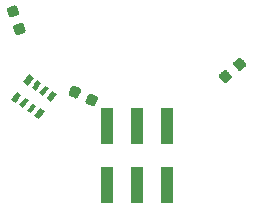
<source format=gbr>
G04 #@! TF.GenerationSoftware,KiCad,Pcbnew,5.1.2*
G04 #@! TF.CreationDate,2019-07-09T10:26:50-05:00*
G04 #@! TF.ProjectId,KokiriEmerald,4b6f6b69-7269-4456-9d65-72616c642e6b,rev?*
G04 #@! TF.SameCoordinates,Original*
G04 #@! TF.FileFunction,Paste,Bot*
G04 #@! TF.FilePolarity,Positive*
%FSLAX46Y46*%
G04 Gerber Fmt 4.6, Leading zero omitted, Abs format (unit mm)*
G04 Created by KiCad (PCBNEW 5.1.2) date 2019-07-09 10:26:50*
%MOMM*%
%LPD*%
G04 APERTURE LIST*
%ADD10C,0.100000*%
%ADD11C,0.875000*%
%ADD12C,0.500000*%
%ADD13C,0.400000*%
%ADD14R,1.000000X3.150000*%
G04 APERTURE END LIST*
D10*
G36*
X121918443Y-95382783D02*
G01*
X121939711Y-95385701D01*
X121960591Y-95390690D01*
X121980881Y-95397701D01*
X122000386Y-95406667D01*
X122018918Y-95417502D01*
X122036299Y-95430101D01*
X122052361Y-95444343D01*
X122066950Y-95460091D01*
X122396379Y-95852689D01*
X122409354Y-95869791D01*
X122420591Y-95888083D01*
X122429980Y-95907387D01*
X122437433Y-95927520D01*
X122442875Y-95948285D01*
X122446257Y-95969484D01*
X122447544Y-95990913D01*
X122446725Y-96012364D01*
X122443807Y-96033632D01*
X122438818Y-96054512D01*
X122431807Y-96074801D01*
X122422841Y-96094306D01*
X122412006Y-96112839D01*
X122399407Y-96130220D01*
X122385165Y-96146282D01*
X122369417Y-96160871D01*
X122034272Y-96442091D01*
X122017170Y-96455066D01*
X121998878Y-96466303D01*
X121979574Y-96475692D01*
X121959441Y-96483145D01*
X121938676Y-96488588D01*
X121917477Y-96491969D01*
X121896048Y-96493256D01*
X121874597Y-96492437D01*
X121853329Y-96489519D01*
X121832449Y-96484530D01*
X121812159Y-96477519D01*
X121792654Y-96468553D01*
X121774122Y-96457718D01*
X121756741Y-96445119D01*
X121740679Y-96430877D01*
X121726090Y-96415129D01*
X121396661Y-96022531D01*
X121383686Y-96005429D01*
X121372449Y-95987137D01*
X121363060Y-95967833D01*
X121355607Y-95947700D01*
X121350165Y-95926935D01*
X121346783Y-95905736D01*
X121345496Y-95884307D01*
X121346315Y-95862856D01*
X121349233Y-95841588D01*
X121354222Y-95820708D01*
X121361233Y-95800419D01*
X121370199Y-95780914D01*
X121381034Y-95762381D01*
X121393633Y-95745000D01*
X121407875Y-95728938D01*
X121423623Y-95714349D01*
X121758768Y-95433129D01*
X121775870Y-95420154D01*
X121794162Y-95408917D01*
X121813466Y-95399528D01*
X121833599Y-95392075D01*
X121854364Y-95386632D01*
X121875563Y-95383251D01*
X121896992Y-95381964D01*
X121918443Y-95382783D01*
X121918443Y-95382783D01*
G37*
D11*
X121896520Y-95937610D03*
D10*
G36*
X120711923Y-96395173D02*
G01*
X120733191Y-96398091D01*
X120754071Y-96403080D01*
X120774361Y-96410091D01*
X120793866Y-96419057D01*
X120812398Y-96429892D01*
X120829779Y-96442491D01*
X120845841Y-96456733D01*
X120860430Y-96472481D01*
X121189859Y-96865079D01*
X121202834Y-96882181D01*
X121214071Y-96900473D01*
X121223460Y-96919777D01*
X121230913Y-96939910D01*
X121236355Y-96960675D01*
X121239737Y-96981874D01*
X121241024Y-97003303D01*
X121240205Y-97024754D01*
X121237287Y-97046022D01*
X121232298Y-97066902D01*
X121225287Y-97087191D01*
X121216321Y-97106696D01*
X121205486Y-97125229D01*
X121192887Y-97142610D01*
X121178645Y-97158672D01*
X121162897Y-97173261D01*
X120827752Y-97454481D01*
X120810650Y-97467456D01*
X120792358Y-97478693D01*
X120773054Y-97488082D01*
X120752921Y-97495535D01*
X120732156Y-97500978D01*
X120710957Y-97504359D01*
X120689528Y-97505646D01*
X120668077Y-97504827D01*
X120646809Y-97501909D01*
X120625929Y-97496920D01*
X120605639Y-97489909D01*
X120586134Y-97480943D01*
X120567602Y-97470108D01*
X120550221Y-97457509D01*
X120534159Y-97443267D01*
X120519570Y-97427519D01*
X120190141Y-97034921D01*
X120177166Y-97017819D01*
X120165929Y-96999527D01*
X120156540Y-96980223D01*
X120149087Y-96960090D01*
X120143645Y-96939325D01*
X120140263Y-96918126D01*
X120138976Y-96896697D01*
X120139795Y-96875246D01*
X120142713Y-96853978D01*
X120147702Y-96833098D01*
X120154713Y-96812809D01*
X120163679Y-96793304D01*
X120174514Y-96774771D01*
X120187113Y-96757390D01*
X120201355Y-96741328D01*
X120217103Y-96726739D01*
X120552248Y-96445519D01*
X120569350Y-96432544D01*
X120587642Y-96421307D01*
X120606946Y-96411918D01*
X120627079Y-96404465D01*
X120647844Y-96399022D01*
X120669043Y-96395641D01*
X120690472Y-96394354D01*
X120711923Y-96395173D01*
X120711923Y-96395173D01*
G37*
D11*
X120690000Y-96950000D03*
D12*
X104023236Y-97274471D03*
D10*
G36*
X104047879Y-96803416D02*
G01*
X104457455Y-97090204D01*
X103998593Y-97745526D01*
X103589017Y-97458738D01*
X104047879Y-96803416D01*
X104047879Y-96803416D01*
G37*
D13*
X105333880Y-98192194D03*
D10*
G36*
X105399480Y-97749818D02*
G01*
X105727141Y-97979248D01*
X105268280Y-98634570D01*
X104940619Y-98405140D01*
X105399480Y-97749818D01*
X105399480Y-97749818D01*
G37*
D13*
X104678558Y-97733333D03*
D10*
G36*
X104744158Y-97290957D02*
G01*
X105071819Y-97520387D01*
X104612958Y-98175709D01*
X104285297Y-97946279D01*
X104744158Y-97290957D01*
X104744158Y-97290957D01*
G37*
D12*
X105989201Y-98651055D03*
D10*
G36*
X106013844Y-98180000D02*
G01*
X106423420Y-98466788D01*
X105964558Y-99122110D01*
X105554982Y-98835322D01*
X106013844Y-98180000D01*
X106013844Y-98180000D01*
G37*
D13*
X103646120Y-99207806D03*
D10*
G36*
X103711720Y-98765430D02*
G01*
X104039381Y-98994860D01*
X103580520Y-99650182D01*
X103252859Y-99420752D01*
X103711720Y-98765430D01*
X103711720Y-98765430D01*
G37*
D12*
X102990799Y-98748945D03*
D10*
G36*
X103015442Y-98277890D02*
G01*
X103425018Y-98564678D01*
X102966156Y-99220000D01*
X102556580Y-98933212D01*
X103015442Y-98277890D01*
X103015442Y-98277890D01*
G37*
D13*
X104301442Y-99666667D03*
D10*
G36*
X104367042Y-99224291D02*
G01*
X104694703Y-99453721D01*
X104235842Y-100109043D01*
X103908181Y-99879613D01*
X104367042Y-99224291D01*
X104367042Y-99224291D01*
G37*
D12*
X104956764Y-100125529D03*
D10*
G36*
X104981407Y-99654474D02*
G01*
X105390983Y-99941262D01*
X104932121Y-100596584D01*
X104522545Y-100309796D01*
X104981407Y-99654474D01*
X104981407Y-99654474D01*
G37*
D14*
X115740000Y-106200000D03*
X115740000Y-101150000D03*
X113200000Y-106200000D03*
X113200000Y-101150000D03*
X110660000Y-106200000D03*
X110660000Y-101150000D03*
D10*
G36*
X109308392Y-98424381D02*
G01*
X109329469Y-98428454D01*
X109350045Y-98434573D01*
X109369922Y-98442680D01*
X109766432Y-98627575D01*
X109785420Y-98637591D01*
X109803334Y-98649420D01*
X109820002Y-98662948D01*
X109835264Y-98678044D01*
X109848973Y-98694564D01*
X109860997Y-98712348D01*
X109871219Y-98731225D01*
X109879543Y-98751013D01*
X109885886Y-98771521D01*
X109890189Y-98792553D01*
X109892410Y-98813905D01*
X109892527Y-98835371D01*
X109890539Y-98856746D01*
X109886466Y-98877824D01*
X109880347Y-98898400D01*
X109872240Y-98918278D01*
X109655648Y-99382761D01*
X109645632Y-99401748D01*
X109633803Y-99419662D01*
X109620275Y-99436330D01*
X109605178Y-99451592D01*
X109588659Y-99465301D01*
X109570875Y-99477325D01*
X109551998Y-99487548D01*
X109532210Y-99495871D01*
X109511701Y-99502214D01*
X109490670Y-99506517D01*
X109469318Y-99508738D01*
X109447851Y-99508855D01*
X109426476Y-99506867D01*
X109405399Y-99502794D01*
X109384823Y-99496675D01*
X109364946Y-99488568D01*
X108968436Y-99303673D01*
X108949448Y-99293657D01*
X108931534Y-99281828D01*
X108914866Y-99268300D01*
X108899604Y-99253204D01*
X108885895Y-99236684D01*
X108873871Y-99218900D01*
X108863649Y-99200023D01*
X108855325Y-99180235D01*
X108848982Y-99159727D01*
X108844679Y-99138695D01*
X108842458Y-99117343D01*
X108842341Y-99095877D01*
X108844329Y-99074502D01*
X108848402Y-99053424D01*
X108854521Y-99032848D01*
X108862628Y-99012970D01*
X109079220Y-98548487D01*
X109089236Y-98529500D01*
X109101065Y-98511586D01*
X109114593Y-98494918D01*
X109129690Y-98479656D01*
X109146209Y-98465947D01*
X109163993Y-98453923D01*
X109182870Y-98443700D01*
X109202658Y-98435377D01*
X109223167Y-98429034D01*
X109244198Y-98424731D01*
X109265550Y-98422510D01*
X109287017Y-98422393D01*
X109308392Y-98424381D01*
X109308392Y-98424381D01*
G37*
D11*
X109367434Y-98965624D03*
D10*
G36*
X107880958Y-97758757D02*
G01*
X107902035Y-97762830D01*
X107922611Y-97768949D01*
X107942488Y-97777056D01*
X108338998Y-97961951D01*
X108357986Y-97971967D01*
X108375900Y-97983796D01*
X108392568Y-97997324D01*
X108407830Y-98012420D01*
X108421539Y-98028940D01*
X108433563Y-98046724D01*
X108443785Y-98065601D01*
X108452109Y-98085389D01*
X108458452Y-98105897D01*
X108462755Y-98126929D01*
X108464976Y-98148281D01*
X108465093Y-98169747D01*
X108463105Y-98191122D01*
X108459032Y-98212200D01*
X108452913Y-98232776D01*
X108444806Y-98252654D01*
X108228214Y-98717137D01*
X108218198Y-98736124D01*
X108206369Y-98754038D01*
X108192841Y-98770706D01*
X108177744Y-98785968D01*
X108161225Y-98799677D01*
X108143441Y-98811701D01*
X108124564Y-98821924D01*
X108104776Y-98830247D01*
X108084267Y-98836590D01*
X108063236Y-98840893D01*
X108041884Y-98843114D01*
X108020417Y-98843231D01*
X107999042Y-98841243D01*
X107977965Y-98837170D01*
X107957389Y-98831051D01*
X107937512Y-98822944D01*
X107541002Y-98638049D01*
X107522014Y-98628033D01*
X107504100Y-98616204D01*
X107487432Y-98602676D01*
X107472170Y-98587580D01*
X107458461Y-98571060D01*
X107446437Y-98553276D01*
X107436215Y-98534399D01*
X107427891Y-98514611D01*
X107421548Y-98494103D01*
X107417245Y-98473071D01*
X107415024Y-98451719D01*
X107414907Y-98430253D01*
X107416895Y-98408878D01*
X107420968Y-98387800D01*
X107427087Y-98367224D01*
X107435194Y-98347346D01*
X107651786Y-97882863D01*
X107661802Y-97863876D01*
X107673631Y-97845962D01*
X107687159Y-97829294D01*
X107702256Y-97814032D01*
X107718775Y-97800323D01*
X107736559Y-97788299D01*
X107755436Y-97778076D01*
X107775224Y-97769753D01*
X107795733Y-97763410D01*
X107816764Y-97759107D01*
X107838116Y-97756886D01*
X107859583Y-97756769D01*
X107880958Y-97758757D01*
X107880958Y-97758757D01*
G37*
D11*
X107940000Y-98300000D03*
D10*
G36*
X103436896Y-92440246D02*
G01*
X103457973Y-92444319D01*
X103478549Y-92450438D01*
X103498427Y-92458545D01*
X103517414Y-92468561D01*
X103535328Y-92480390D01*
X103551996Y-92493918D01*
X103567258Y-92509015D01*
X103580967Y-92525534D01*
X103592991Y-92543318D01*
X103603214Y-92562195D01*
X103611537Y-92581983D01*
X103761171Y-92993098D01*
X103767514Y-93013606D01*
X103771817Y-93034638D01*
X103774038Y-93055990D01*
X103774155Y-93077457D01*
X103772167Y-93098831D01*
X103768094Y-93119909D01*
X103761975Y-93140485D01*
X103753868Y-93160363D01*
X103743852Y-93179350D01*
X103732023Y-93197264D01*
X103718495Y-93213932D01*
X103703398Y-93229194D01*
X103686879Y-93242903D01*
X103669095Y-93254927D01*
X103650218Y-93265150D01*
X103630430Y-93273473D01*
X103148838Y-93448758D01*
X103128329Y-93455101D01*
X103107298Y-93459404D01*
X103085946Y-93461625D01*
X103064479Y-93461742D01*
X103043104Y-93459754D01*
X103022027Y-93455681D01*
X103001451Y-93449562D01*
X102981573Y-93441455D01*
X102962586Y-93431439D01*
X102944672Y-93419610D01*
X102928004Y-93406082D01*
X102912742Y-93390985D01*
X102899033Y-93374466D01*
X102887009Y-93356682D01*
X102876786Y-93337805D01*
X102868463Y-93318017D01*
X102718829Y-92906902D01*
X102712486Y-92886394D01*
X102708183Y-92865362D01*
X102705962Y-92844010D01*
X102705845Y-92822543D01*
X102707833Y-92801169D01*
X102711906Y-92780091D01*
X102718025Y-92759515D01*
X102726132Y-92739637D01*
X102736148Y-92720650D01*
X102747977Y-92702736D01*
X102761505Y-92686068D01*
X102776602Y-92670806D01*
X102793121Y-92657097D01*
X102810905Y-92645073D01*
X102829782Y-92634850D01*
X102849570Y-92626527D01*
X103331162Y-92451242D01*
X103351671Y-92444899D01*
X103372702Y-92440596D01*
X103394054Y-92438375D01*
X103415521Y-92438258D01*
X103436896Y-92440246D01*
X103436896Y-92440246D01*
G37*
D11*
X103240000Y-92950000D03*
D10*
G36*
X102898214Y-90960230D02*
G01*
X102919291Y-90964303D01*
X102939867Y-90970422D01*
X102959745Y-90978529D01*
X102978732Y-90988545D01*
X102996646Y-91000374D01*
X103013314Y-91013902D01*
X103028576Y-91028999D01*
X103042285Y-91045518D01*
X103054309Y-91063302D01*
X103064532Y-91082179D01*
X103072855Y-91101967D01*
X103222489Y-91513082D01*
X103228832Y-91533590D01*
X103233135Y-91554622D01*
X103235356Y-91575974D01*
X103235473Y-91597441D01*
X103233485Y-91618815D01*
X103229412Y-91639893D01*
X103223293Y-91660469D01*
X103215186Y-91680347D01*
X103205170Y-91699334D01*
X103193341Y-91717248D01*
X103179813Y-91733916D01*
X103164716Y-91749178D01*
X103148197Y-91762887D01*
X103130413Y-91774911D01*
X103111536Y-91785134D01*
X103091748Y-91793457D01*
X102610156Y-91968742D01*
X102589647Y-91975085D01*
X102568616Y-91979388D01*
X102547264Y-91981609D01*
X102525797Y-91981726D01*
X102504422Y-91979738D01*
X102483345Y-91975665D01*
X102462769Y-91969546D01*
X102442891Y-91961439D01*
X102423904Y-91951423D01*
X102405990Y-91939594D01*
X102389322Y-91926066D01*
X102374060Y-91910969D01*
X102360351Y-91894450D01*
X102348327Y-91876666D01*
X102338104Y-91857789D01*
X102329781Y-91838001D01*
X102180147Y-91426886D01*
X102173804Y-91406378D01*
X102169501Y-91385346D01*
X102167280Y-91363994D01*
X102167163Y-91342527D01*
X102169151Y-91321153D01*
X102173224Y-91300075D01*
X102179343Y-91279499D01*
X102187450Y-91259621D01*
X102197466Y-91240634D01*
X102209295Y-91222720D01*
X102222823Y-91206052D01*
X102237920Y-91190790D01*
X102254439Y-91177081D01*
X102272223Y-91165057D01*
X102291100Y-91154834D01*
X102310888Y-91146511D01*
X102792480Y-90971226D01*
X102812989Y-90964883D01*
X102834020Y-90960580D01*
X102855372Y-90958359D01*
X102876839Y-90958242D01*
X102898214Y-90960230D01*
X102898214Y-90960230D01*
G37*
D11*
X102701318Y-91469984D03*
M02*

</source>
